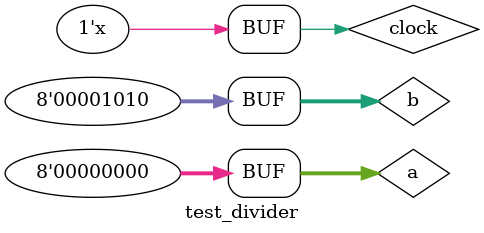
<source format=v>
/*
 * $File: test_fast_clock.v
 * $Date: Tue Jun 11 21:52:58 2013 +0800
 * $Author: jiakai <jia.kai66@gmail.com>
 */

`timescale 1ns/1ns

module test_anim;
	reg clock = 0;
	reg clock_cycle = 0;
	wire [7:0] frame_num;

	animation_renderer anim_comp(
		clock, clock_cycle, 1'b0, frame_num);

	always 
		#1 clock = ~clock;

	always
		#20 clock_cycle <= ~clock_cycle;

endmodule

module test_divider;
	reg clock = 0;
	reg [7:0] a, b;
	wire [7:0] c;

	small_divider #(.WIDTH(8)) div_comp(clock, a, b, c);
	always
		#1 clock = ~clock;

	initial begin
		a = 8;
		b = 4;
		#20
		a = 123;
		b = 5;
		#20
		a = 255;
		b = 1;
		#20
		a = 1;
		b = 5;
		#20
		a = 0;
		b = 10;
	end

endmodule


</source>
